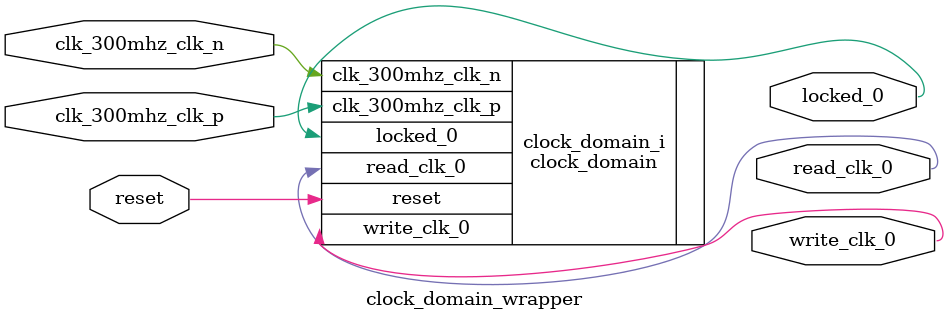
<source format=v>
`timescale 1 ps / 1 ps

module clock_domain_wrapper
   (clk_300mhz_clk_n,
    clk_300mhz_clk_p,
    locked_0,
    read_clk_0,
    reset,
    write_clk_0);
  input clk_300mhz_clk_n;
  input clk_300mhz_clk_p;
  output locked_0;
  output read_clk_0;
  input reset;
  output write_clk_0;

  wire clk_300mhz_clk_n;
  wire clk_300mhz_clk_p;
  wire locked_0;
  wire read_clk_0;
  wire reset;
  wire write_clk_0;

  clock_domain clock_domain_i
       (.clk_300mhz_clk_n(clk_300mhz_clk_n),
        .clk_300mhz_clk_p(clk_300mhz_clk_p),
        .locked_0(locked_0),
        .read_clk_0(read_clk_0),
        .reset(reset),
        .write_clk_0(write_clk_0));
endmodule

</source>
